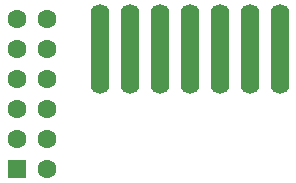
<source format=gts>
%FSLAX46Y46*%
G04 Gerber Fmt 4.6, Leading zero omitted, Abs format (unit mm)*
G04 Created by KiCad (PCBNEW (2014-10-27 BZR 5228)-product) date 21/11/2015 15:14:05*
%MOMM*%
G01*
G04 APERTURE LIST*
%ADD10C,0.100000*%
%ADD11O,1.600000X7.600000*%
%ADD12R,1.600000X1.500000*%
%ADD13C,1.600000*%
G04 APERTURE END LIST*
D10*
D11*
X23889000Y-3958000D03*
X21349000Y-3958000D03*
X18809000Y-3958000D03*
X16269000Y-3958000D03*
X13729000Y-3958000D03*
X11189000Y-3958000D03*
X8649000Y-3958000D03*
D12*
X1600000Y-14100000D03*
D13*
X4140000Y-14100000D03*
X1600000Y-11560000D03*
X4140000Y-11560000D03*
X1600000Y-9020000D03*
X4140000Y-9020000D03*
X1600000Y-6480000D03*
X4140000Y-6480000D03*
X1600000Y-3940000D03*
X4140000Y-3940000D03*
X1600000Y-1400000D03*
X4140000Y-1400000D03*
M02*

</source>
